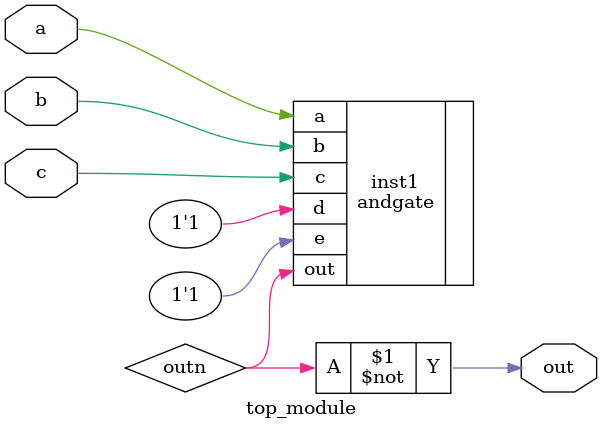
<source format=v>
module top_module (input a, input b, input c, output out);//
    wire outn;
    andgate inst1(.out(outn), .a(a), .b(b), .c(c), .d(1'b1), .e(1'b1));
    assign out = ~outn;
endmodule

</source>
